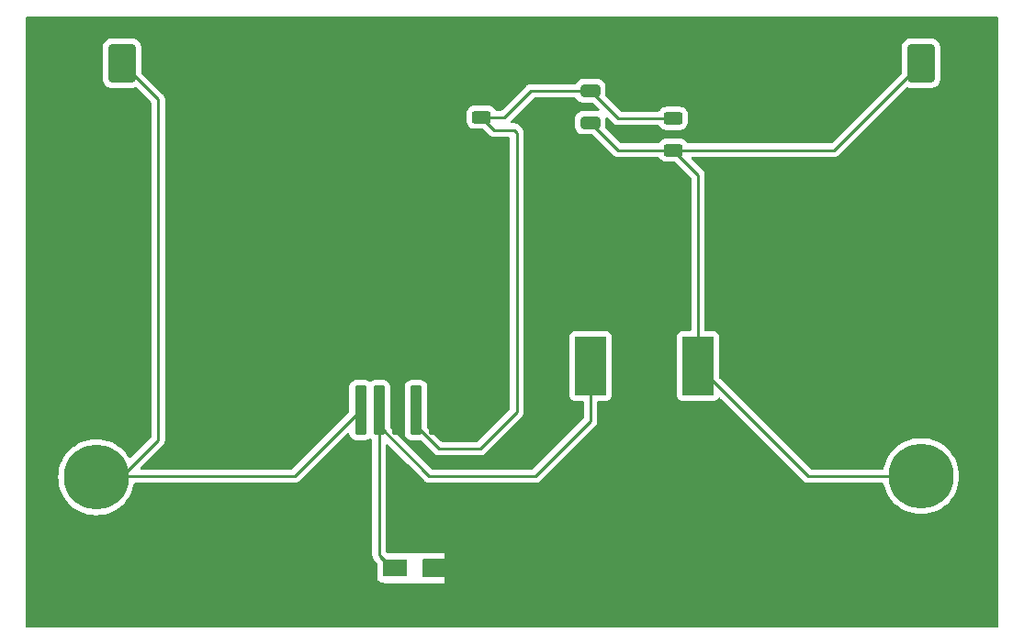
<source format=gbr>
%TF.GenerationSoftware,KiCad,Pcbnew,7.0.2*%
%TF.CreationDate,2023-09-08T16:08:14-07:00*%
%TF.ProjectId,Buck Converter,4275636b-2043-46f6-9e76-65727465722e,rev?*%
%TF.SameCoordinates,Original*%
%TF.FileFunction,Copper,L1,Top*%
%TF.FilePolarity,Positive*%
%FSLAX46Y46*%
G04 Gerber Fmt 4.6, Leading zero omitted, Abs format (unit mm)*
G04 Created by KiCad (PCBNEW 7.0.2) date 2023-09-08 16:08:14*
%MOMM*%
%LPD*%
G01*
G04 APERTURE LIST*
G04 Aperture macros list*
%AMRoundRect*
0 Rectangle with rounded corners*
0 $1 Rounding radius*
0 $2 $3 $4 $5 $6 $7 $8 $9 X,Y pos of 4 corners*
0 Add a 4 corners polygon primitive as box body*
4,1,4,$2,$3,$4,$5,$6,$7,$8,$9,$2,$3,0*
0 Add four circle primitives for the rounded corners*
1,1,$1+$1,$2,$3*
1,1,$1+$1,$4,$5*
1,1,$1+$1,$6,$7*
1,1,$1+$1,$8,$9*
0 Add four rect primitives between the rounded corners*
20,1,$1+$1,$2,$3,$4,$5,0*
20,1,$1+$1,$4,$5,$6,$7,0*
20,1,$1+$1,$6,$7,$8,$9,0*
20,1,$1+$1,$8,$9,$2,$3,0*%
G04 Aperture macros list end*
%TA.AperFunction,SMDPad,CuDef*%
%ADD10RoundRect,0.250000X-1.000000X1.500000X-1.000000X-1.500000X1.000000X-1.500000X1.000000X1.500000X0*%
%TD*%
%TA.AperFunction,SMDPad,CuDef*%
%ADD11RoundRect,0.250000X0.625000X-0.312500X0.625000X0.312500X-0.625000X0.312500X-0.625000X-0.312500X0*%
%TD*%
%TA.AperFunction,ComponentPad*%
%ADD12RoundRect,1.500000X-1.500000X1.500000X-1.500000X-1.500000X1.500000X-1.500000X1.500000X1.500000X0*%
%TD*%
%TA.AperFunction,ComponentPad*%
%ADD13C,6.000000*%
%TD*%
%TA.AperFunction,SMDPad,CuDef*%
%ADD14R,2.184400X1.625600*%
%TD*%
%TA.AperFunction,SMDPad,CuDef*%
%ADD15RoundRect,0.250000X0.300000X-2.050000X0.300000X2.050000X-0.300000X2.050000X-0.300000X-2.050000X0*%
%TD*%
%TA.AperFunction,SMDPad,CuDef*%
%ADD16RoundRect,0.250000X2.375000X-2.025000X2.375000X2.025000X-2.375000X2.025000X-2.375000X-2.025000X0*%
%TD*%
%TA.AperFunction,SMDPad,CuDef*%
%ADD17RoundRect,0.250002X5.149998X-4.449998X5.149998X4.449998X-5.149998X4.449998X-5.149998X-4.449998X0*%
%TD*%
%TA.AperFunction,SMDPad,CuDef*%
%ADD18RoundRect,0.250000X-0.650000X0.325000X-0.650000X-0.325000X0.650000X-0.325000X0.650000X0.325000X0*%
%TD*%
%TA.AperFunction,SMDPad,CuDef*%
%ADD19RoundRect,0.250000X-0.625000X0.312500X-0.625000X-0.312500X0.625000X-0.312500X0.625000X0.312500X0*%
%TD*%
%TA.AperFunction,SMDPad,CuDef*%
%ADD20R,2.895600X5.410200*%
%TD*%
%TA.AperFunction,Conductor*%
%ADD21C,0.250000*%
%TD*%
G04 APERTURE END LIST*
D10*
%TO.P,C_IN1,1*%
%TO.N,Net-(J1-Pin_2)*%
X116018000Y-85077500D03*
%TO.P,C_IN1,2*%
%TO.N,GND*%
X116018000Y-91577500D03*
%TD*%
D11*
%TO.P,R1,1*%
%TO.N,GND*%
X149148800Y-92993400D03*
%TO.P,R1,2*%
%TO.N,Net-(U1-FB)*%
X149148800Y-90068400D03*
%TD*%
D10*
%TO.P,C_OUT1,1*%
%TO.N,Net-(J2-Pin_2)*%
X189678000Y-85077500D03*
%TO.P,C_OUT1,2*%
%TO.N,GND*%
X189678000Y-91577500D03*
%TD*%
D12*
%TO.P,J2,1,Pin_1*%
%TO.N,GND*%
X189678000Y-115977500D03*
D13*
%TO.P,J2,2,Pin_2*%
%TO.N,Net-(J2-Pin_2)*%
X189678000Y-123177500D03*
%TD*%
D12*
%TO.P,J1,1,Pin_1*%
%TO.N,GND*%
X113639600Y-116078000D03*
D13*
%TO.P,J1,2,Pin_2*%
%TO.N,Net-(J1-Pin_2)*%
X113639600Y-123278000D03*
%TD*%
D14*
%TO.P,D1,1,K*%
%TO.N,Net-(D1-K)*%
X141138600Y-131661100D03*
%TO.P,D1,2,A*%
%TO.N,GND*%
X144847000Y-131661100D03*
%TD*%
D15*
%TO.P,U1,1,VIN*%
%TO.N,Net-(J1-Pin_2)*%
X138018000Y-117087500D03*
%TO.P,U1,2,OUT*%
%TO.N,Net-(D1-K)*%
X139718000Y-117087500D03*
%TO.P,U1,3,GND*%
%TO.N,GND*%
X141418000Y-117087500D03*
D16*
X138643000Y-110362500D03*
X144193000Y-110362500D03*
D17*
X141418000Y-107937500D03*
D16*
X138643000Y-105512500D03*
X144193000Y-105512500D03*
D15*
%TO.P,U1,4,FB*%
%TO.N,Net-(U1-FB)*%
X143118000Y-117087500D03*
%TO.P,U1,5,~{ON}/OFF*%
%TO.N,GND*%
X144818000Y-117087500D03*
%TD*%
D18*
%TO.P,C_FF1,1*%
%TO.N,Net-(U1-FB)*%
X159198000Y-87617500D03*
%TO.P,C_FF1,2*%
%TO.N,Net-(J2-Pin_2)*%
X159198000Y-90567500D03*
%TD*%
D19*
%TO.P,R2,1*%
%TO.N,Net-(U1-FB)*%
X166818000Y-90157500D03*
%TO.P,R2,2*%
%TO.N,Net-(J2-Pin_2)*%
X166818000Y-93082500D03*
%TD*%
D20*
%TO.P,L1,1,1*%
%TO.N,Net-(D1-K)*%
X159198000Y-113017500D03*
%TO.P,L1,2,2*%
%TO.N,Net-(J2-Pin_2)*%
X169104000Y-113017500D03*
%TD*%
D21*
%TO.N,Net-(U1-FB)*%
X143118000Y-118550673D02*
X143118000Y-117087500D01*
X145204827Y-120637500D02*
X143118000Y-118550673D01*
X149038000Y-120637500D02*
X145204827Y-120637500D01*
X152146000Y-91236800D02*
X152393000Y-91483800D01*
X152393000Y-117282500D02*
X149038000Y-120637500D01*
X150317200Y-91236800D02*
X152146000Y-91236800D01*
X149148800Y-90068400D02*
X150317200Y-91236800D01*
X152393000Y-91483800D02*
X152393000Y-117282500D01*
X151282100Y-90068400D02*
X149148800Y-90068400D01*
X153733000Y-87617500D02*
X151282100Y-90068400D01*
X159198000Y-87617500D02*
X153733000Y-87617500D01*
%TO.N,Net-(J1-Pin_2)*%
X115917500Y-123278000D02*
X113639600Y-123278000D01*
X119343000Y-88402500D02*
X119343000Y-119852500D01*
X119343000Y-119852500D02*
X115917500Y-123278000D01*
X116018000Y-85077500D02*
X119343000Y-88402500D01*
X113639600Y-123278000D02*
X113740100Y-123177500D01*
X131928000Y-123177500D02*
X138018000Y-117087500D01*
X113740100Y-123177500D02*
X131928000Y-123177500D01*
%TO.N,Net-(U1-FB)*%
X161738000Y-90157500D02*
X166818000Y-90157500D01*
X159198000Y-87617500D02*
X161738000Y-90157500D01*
%TO.N,Net-(D1-K)*%
X159198000Y-113017500D02*
X159198000Y-118097500D01*
X141138600Y-131661100D02*
X140859200Y-131661100D01*
X139718000Y-130442678D02*
X139718000Y-117087500D01*
X140859200Y-131661100D02*
X139796400Y-130598300D01*
X144344827Y-123177500D02*
X139718000Y-118550673D01*
X154118000Y-123177500D02*
X144344827Y-123177500D01*
X139718000Y-118550673D02*
X139718000Y-117087500D01*
X140936422Y-131661100D02*
X139718000Y-130442678D01*
X159198000Y-118097500D02*
X154118000Y-123177500D01*
X141138600Y-131661100D02*
X140936422Y-131661100D01*
%TO.N,Net-(J2-Pin_2)*%
X169104000Y-95368500D02*
X166818000Y-93082500D01*
X169104000Y-113017500D02*
X169104000Y-95368500D01*
X166818000Y-93082500D02*
X161713000Y-93082500D01*
X179264000Y-123177500D02*
X169104000Y-113017500D01*
X189678000Y-123177500D02*
X179264000Y-123177500D01*
X181673000Y-93082500D02*
X166818000Y-93082500D01*
X161713000Y-93082500D02*
X159198000Y-90567500D01*
X189678000Y-85077500D02*
X181673000Y-93082500D01*
%TD*%
%TA.AperFunction,Conductor*%
%TO.N,GND*%
G36*
X196732539Y-80792185D02*
G01*
X196778294Y-80844989D01*
X196789500Y-80896500D01*
X196789500Y-137010500D01*
X196769815Y-137077539D01*
X196717011Y-137123294D01*
X196665500Y-137134500D01*
X107261700Y-137134500D01*
X107194661Y-137114815D01*
X107148906Y-137062011D01*
X107137700Y-137010500D01*
X107137700Y-123278000D01*
X110134296Y-123278000D01*
X110134466Y-123281243D01*
X110152571Y-123626726D01*
X110153498Y-123644404D01*
X110154003Y-123647597D01*
X110154005Y-123647609D01*
X110210385Y-124003576D01*
X110210386Y-124003581D01*
X110210895Y-124006794D01*
X110211733Y-124009923D01*
X110211736Y-124009935D01*
X110305015Y-124358056D01*
X110305019Y-124358070D01*
X110305858Y-124361199D01*
X110307021Y-124364228D01*
X110307025Y-124364241D01*
X110436184Y-124700712D01*
X110437345Y-124703736D01*
X110603918Y-125030652D01*
X110803749Y-125338366D01*
X111034651Y-125623506D01*
X111294094Y-125882949D01*
X111579234Y-126113851D01*
X111886948Y-126313682D01*
X112213864Y-126480255D01*
X112492012Y-126587025D01*
X112543302Y-126606714D01*
X112556401Y-126611742D01*
X112910806Y-126706705D01*
X113273196Y-126764102D01*
X113639600Y-126783304D01*
X114006004Y-126764102D01*
X114368394Y-126706705D01*
X114722799Y-126611742D01*
X115065336Y-126480255D01*
X115392252Y-126313682D01*
X115699966Y-126113851D01*
X115985106Y-125882949D01*
X116244549Y-125623506D01*
X116475451Y-125338366D01*
X116675282Y-125030652D01*
X116841855Y-124703736D01*
X116973342Y-124361199D01*
X117068305Y-124006794D01*
X117077520Y-123948609D01*
X117084016Y-123907601D01*
X117113946Y-123844467D01*
X117173257Y-123807536D01*
X117206489Y-123803000D01*
X131845256Y-123803000D01*
X131865762Y-123805264D01*
X131868665Y-123805172D01*
X131868667Y-123805173D01*
X131935872Y-123803061D01*
X131939768Y-123803000D01*
X131963448Y-123803000D01*
X131967350Y-123803000D01*
X131971313Y-123802499D01*
X131982962Y-123801580D01*
X132026627Y-123800209D01*
X132045859Y-123794620D01*
X132064918Y-123790674D01*
X132072099Y-123789767D01*
X132084792Y-123788164D01*
X132125407Y-123772082D01*
X132136444Y-123768303D01*
X132178390Y-123756118D01*
X132195629Y-123745922D01*
X132213102Y-123737362D01*
X132231732Y-123729986D01*
X132267064Y-123704314D01*
X132276830Y-123697900D01*
X132314418Y-123675671D01*
X132314417Y-123675671D01*
X132314420Y-123675670D01*
X132328585Y-123661504D01*
X132343373Y-123648873D01*
X132359587Y-123637094D01*
X132387438Y-123603426D01*
X132395279Y-123594809D01*
X136767696Y-119222392D01*
X136829017Y-119188909D01*
X136898709Y-119193893D01*
X136954642Y-119235765D01*
X136971225Y-119278234D01*
X136973729Y-119277405D01*
X137033186Y-119456834D01*
X137125288Y-119606157D01*
X137249342Y-119730211D01*
X137305895Y-119765092D01*
X137398666Y-119822314D01*
X137510016Y-119859212D01*
X137565202Y-119877499D01*
X137664858Y-119887680D01*
X137664859Y-119887680D01*
X137667991Y-119888000D01*
X138368008Y-119887999D01*
X138470797Y-119877499D01*
X138637334Y-119822314D01*
X138746760Y-119754819D01*
X138798993Y-119722603D01*
X138800723Y-119725408D01*
X138841626Y-119703067D01*
X138911319Y-119708043D01*
X138936146Y-119723998D01*
X138937007Y-119722603D01*
X139033596Y-119782178D01*
X139080321Y-119834125D01*
X139092500Y-119887717D01*
X139092500Y-130359934D01*
X139090235Y-130380444D01*
X139092439Y-130450550D01*
X139092500Y-130454445D01*
X139092500Y-130482028D01*
X139092988Y-130485897D01*
X139092989Y-130485903D01*
X139093004Y-130486021D01*
X139093918Y-130497645D01*
X139095290Y-130541304D01*
X139100879Y-130560538D01*
X139104825Y-130579594D01*
X139107335Y-130599470D01*
X139123414Y-130640082D01*
X139127197Y-130651129D01*
X139139382Y-130693069D01*
X139149580Y-130710313D01*
X139158137Y-130727779D01*
X139165514Y-130746411D01*
X139190373Y-130780626D01*
X139209131Y-130818915D01*
X139217781Y-130848689D01*
X139298230Y-130984721D01*
X139509581Y-131196071D01*
X139543066Y-131257394D01*
X139545900Y-131283752D01*
X139545900Y-132518460D01*
X139545900Y-132518478D01*
X139545901Y-132521772D01*
X139552309Y-132581383D01*
X139602604Y-132716231D01*
X139688854Y-132831446D01*
X139804069Y-132917696D01*
X139938917Y-132967991D01*
X139998527Y-132974400D01*
X140125600Y-132974399D01*
X140192639Y-132994083D01*
X140238394Y-133046887D01*
X140241926Y-133063126D01*
X140249600Y-133070800D01*
X145736000Y-133070800D01*
X145736000Y-132524700D01*
X143828000Y-132524700D01*
X143760961Y-132505015D01*
X143715206Y-132452211D01*
X143704000Y-132400700D01*
X143704000Y-130921500D01*
X143723685Y-130854461D01*
X143776489Y-130808706D01*
X143828000Y-130797500D01*
X145736000Y-130797500D01*
X145736000Y-130251400D01*
X140467500Y-130251400D01*
X140400461Y-130231715D01*
X140354706Y-130178911D01*
X140343500Y-130127400D01*
X140343500Y-120360125D01*
X140363185Y-120293086D01*
X140415989Y-120247331D01*
X140485147Y-120237387D01*
X140548703Y-120266412D01*
X140555180Y-120272443D01*
X142373994Y-122091258D01*
X143844023Y-123561287D01*
X143856923Y-123577388D01*
X143908050Y-123625400D01*
X143910847Y-123628111D01*
X143930356Y-123647620D01*
X143933536Y-123650087D01*
X143942398Y-123657655D01*
X143974245Y-123687562D01*
X143991797Y-123697211D01*
X144008065Y-123707897D01*
X144023891Y-123720173D01*
X144063973Y-123737517D01*
X144074460Y-123742655D01*
X144112734Y-123763697D01*
X144121237Y-123765879D01*
X144132135Y-123768678D01*
X144150540Y-123774978D01*
X144168931Y-123782937D01*
X144212077Y-123789770D01*
X144223495Y-123792135D01*
X144265808Y-123803000D01*
X144285844Y-123803000D01*
X144305241Y-123804526D01*
X144325023Y-123807660D01*
X144365547Y-123803828D01*
X144368499Y-123803550D01*
X144380169Y-123803000D01*
X154035256Y-123803000D01*
X154055762Y-123805264D01*
X154058665Y-123805172D01*
X154058667Y-123805173D01*
X154125872Y-123803061D01*
X154129768Y-123803000D01*
X154153448Y-123803000D01*
X154157350Y-123803000D01*
X154161313Y-123802499D01*
X154172962Y-123801580D01*
X154216627Y-123800209D01*
X154235859Y-123794620D01*
X154254918Y-123790674D01*
X154262099Y-123789767D01*
X154274792Y-123788164D01*
X154315407Y-123772082D01*
X154326444Y-123768303D01*
X154368390Y-123756118D01*
X154385629Y-123745922D01*
X154403102Y-123737362D01*
X154421732Y-123729986D01*
X154457064Y-123704314D01*
X154466830Y-123697900D01*
X154504418Y-123675671D01*
X154504417Y-123675671D01*
X154504420Y-123675670D01*
X154518585Y-123661504D01*
X154533373Y-123648873D01*
X154549587Y-123637094D01*
X154577438Y-123603426D01*
X154585279Y-123594809D01*
X159581789Y-118598300D01*
X159597885Y-118585406D01*
X159599873Y-118583287D01*
X159599877Y-118583286D01*
X159645949Y-118534223D01*
X159648534Y-118531555D01*
X159668120Y-118511971D01*
X159670585Y-118508792D01*
X159678167Y-118499916D01*
X159708062Y-118468082D01*
X159717712Y-118450527D01*
X159728400Y-118434257D01*
X159740671Y-118418438D01*
X159740673Y-118418436D01*
X159758026Y-118378332D01*
X159763157Y-118367862D01*
X159784197Y-118329592D01*
X159789175Y-118310199D01*
X159795481Y-118291782D01*
X159797018Y-118288228D01*
X159803438Y-118273396D01*
X159810272Y-118230245D01*
X159812635Y-118218831D01*
X159823500Y-118176519D01*
X159823500Y-118156483D01*
X159825027Y-118137084D01*
X159828160Y-118117304D01*
X159824050Y-118073824D01*
X159823500Y-118062155D01*
X159823500Y-116347099D01*
X159843185Y-116280060D01*
X159895989Y-116234305D01*
X159947500Y-116223099D01*
X160690361Y-116223099D01*
X160693672Y-116223099D01*
X160753283Y-116216691D01*
X160888131Y-116166396D01*
X161003346Y-116080146D01*
X161089596Y-115964931D01*
X161139891Y-115830083D01*
X161146300Y-115770473D01*
X161146299Y-110264528D01*
X161139891Y-110204917D01*
X161089596Y-110070069D01*
X161003346Y-109954854D01*
X160888131Y-109868604D01*
X160753283Y-109818309D01*
X160693673Y-109811900D01*
X160690350Y-109811900D01*
X157705639Y-109811900D01*
X157705620Y-109811900D01*
X157702328Y-109811901D01*
X157699048Y-109812253D01*
X157699040Y-109812254D01*
X157642715Y-109818309D01*
X157507869Y-109868604D01*
X157392654Y-109954854D01*
X157306404Y-110070068D01*
X157256110Y-110204915D01*
X157256109Y-110204917D01*
X157249700Y-110264527D01*
X157249700Y-110267848D01*
X157249700Y-110267849D01*
X157249700Y-115767160D01*
X157249700Y-115767178D01*
X157249701Y-115770472D01*
X157256109Y-115830083D01*
X157306404Y-115964931D01*
X157392654Y-116080146D01*
X157507869Y-116166396D01*
X157642717Y-116216691D01*
X157702327Y-116223100D01*
X158448500Y-116223099D01*
X158515539Y-116242783D01*
X158561294Y-116295587D01*
X158572500Y-116347099D01*
X158572500Y-117787047D01*
X158552815Y-117854086D01*
X158536181Y-117874728D01*
X153895228Y-122515681D01*
X153833905Y-122549166D01*
X153807547Y-122552000D01*
X144655280Y-122552000D01*
X144588241Y-122532315D01*
X144567599Y-122515681D01*
X141236296Y-119184378D01*
X142067500Y-119184378D01*
X142067501Y-119187508D01*
X142067820Y-119190640D01*
X142067821Y-119190641D01*
X142078000Y-119290296D01*
X142133186Y-119456834D01*
X142225288Y-119606157D01*
X142349342Y-119730211D01*
X142405895Y-119765092D01*
X142498666Y-119822314D01*
X142610017Y-119859212D01*
X142665202Y-119877499D01*
X142764858Y-119887680D01*
X142764859Y-119887680D01*
X142767991Y-119888000D01*
X143468008Y-119887999D01*
X143502596Y-119884465D01*
X143571287Y-119897234D01*
X143602879Y-119920142D01*
X144704023Y-121021287D01*
X144716923Y-121037388D01*
X144768050Y-121085400D01*
X144770847Y-121088111D01*
X144790356Y-121107620D01*
X144793536Y-121110087D01*
X144802398Y-121117655D01*
X144834245Y-121147562D01*
X144851799Y-121157212D01*
X144868063Y-121167896D01*
X144879799Y-121176999D01*
X144883891Y-121180173D01*
X144908736Y-121190924D01*
X144923979Y-121197521D01*
X144934458Y-121202654D01*
X144972735Y-121223697D01*
X144992133Y-121228677D01*
X145010535Y-121234977D01*
X145028931Y-121242938D01*
X145072088Y-121249773D01*
X145083491Y-121252134D01*
X145125808Y-121263000D01*
X145145843Y-121263000D01*
X145165240Y-121264526D01*
X145185023Y-121267660D01*
X145228501Y-121263550D01*
X145240171Y-121263000D01*
X148955256Y-121263000D01*
X148975762Y-121265264D01*
X148978665Y-121265172D01*
X148978667Y-121265173D01*
X149045872Y-121263061D01*
X149049768Y-121263000D01*
X149073448Y-121263000D01*
X149077350Y-121263000D01*
X149081313Y-121262499D01*
X149092962Y-121261580D01*
X149136627Y-121260209D01*
X149155859Y-121254620D01*
X149174918Y-121250674D01*
X149182091Y-121249768D01*
X149194792Y-121248164D01*
X149235407Y-121232082D01*
X149246444Y-121228303D01*
X149288390Y-121216118D01*
X149305629Y-121205922D01*
X149323102Y-121197362D01*
X149341732Y-121189986D01*
X149377064Y-121164314D01*
X149386830Y-121157900D01*
X149424418Y-121135671D01*
X149424417Y-121135671D01*
X149424420Y-121135670D01*
X149438585Y-121121504D01*
X149453373Y-121108873D01*
X149469587Y-121097094D01*
X149497438Y-121063426D01*
X149505279Y-121054809D01*
X152776786Y-117783302D01*
X152792886Y-117770405D01*
X152794874Y-117768287D01*
X152794877Y-117768286D01*
X152840964Y-117719207D01*
X152843549Y-117716539D01*
X152863120Y-117696970D01*
X152865565Y-117693816D01*
X152873154Y-117684929D01*
X152903062Y-117653082D01*
X152912713Y-117635526D01*
X152923393Y-117619267D01*
X152935674Y-117603436D01*
X152953018Y-117563351D01*
X152958160Y-117552856D01*
X152979197Y-117514592D01*
X152984178Y-117495188D01*
X152990480Y-117476783D01*
X152998438Y-117458395D01*
X153005270Y-117415248D01*
X153007639Y-117403816D01*
X153018500Y-117361520D01*
X153018500Y-117341483D01*
X153020027Y-117322084D01*
X153023160Y-117302304D01*
X153019050Y-117258824D01*
X153018500Y-117247155D01*
X153018500Y-91566543D01*
X153020764Y-91546039D01*
X153018561Y-91475912D01*
X153018500Y-91472018D01*
X153018500Y-91448341D01*
X153018500Y-91444450D01*
X153017998Y-91440483D01*
X153017081Y-91428827D01*
X153015710Y-91385173D01*
X153010118Y-91365926D01*
X153006174Y-91346885D01*
X153003664Y-91327008D01*
X152987579Y-91286383D01*
X152983808Y-91275368D01*
X152971618Y-91233410D01*
X152961414Y-91216155D01*
X152952861Y-91198695D01*
X152945486Y-91180069D01*
X152945486Y-91180068D01*
X152919808Y-91144725D01*
X152913401Y-91134971D01*
X152891169Y-91097379D01*
X152877006Y-91083216D01*
X152864374Y-91068427D01*
X152852594Y-91052213D01*
X152818941Y-91024373D01*
X152810311Y-91016521D01*
X152646798Y-90853007D01*
X152633902Y-90836910D01*
X152582774Y-90788897D01*
X152579977Y-90786186D01*
X152563227Y-90769436D01*
X152560471Y-90766680D01*
X152557290Y-90764212D01*
X152548422Y-90756637D01*
X152516582Y-90726738D01*
X152499024Y-90717085D01*
X152482764Y-90706404D01*
X152466936Y-90694127D01*
X152426851Y-90676780D01*
X152416361Y-90671641D01*
X152378091Y-90650602D01*
X152358691Y-90645621D01*
X152340284Y-90639319D01*
X152321897Y-90631362D01*
X152278758Y-90624529D01*
X152267324Y-90622161D01*
X152225019Y-90611300D01*
X152204984Y-90611300D01*
X152185586Y-90609773D01*
X152175092Y-90608111D01*
X152165805Y-90606640D01*
X152165804Y-90606640D01*
X152150243Y-90608111D01*
X152122325Y-90610750D01*
X152110656Y-90611300D01*
X151923151Y-90611300D01*
X151856112Y-90591615D01*
X151810357Y-90538811D01*
X151800413Y-90469653D01*
X151829438Y-90406097D01*
X151835470Y-90399619D01*
X152311924Y-89923166D01*
X153955771Y-88279319D01*
X154017095Y-88245834D01*
X154043453Y-88243000D01*
X157782362Y-88243000D01*
X157849401Y-88262685D01*
X157887901Y-88301904D01*
X157955288Y-88411157D01*
X158079342Y-88535211D01*
X158079344Y-88535212D01*
X158228666Y-88627314D01*
X158332104Y-88661590D01*
X158395202Y-88682499D01*
X158494858Y-88692680D01*
X158494859Y-88692680D01*
X158497991Y-88693000D01*
X159337547Y-88692999D01*
X159404586Y-88712683D01*
X159425228Y-88729318D01*
X159976228Y-89280319D01*
X160009713Y-89341642D01*
X160004729Y-89411334D01*
X159962857Y-89467267D01*
X159897393Y-89491684D01*
X159888547Y-89492000D01*
X158501140Y-89492000D01*
X158501120Y-89492000D01*
X158497992Y-89492001D01*
X158494860Y-89492320D01*
X158494858Y-89492321D01*
X158395203Y-89502500D01*
X158228665Y-89557686D01*
X158079342Y-89649788D01*
X157955288Y-89773842D01*
X157863186Y-89923165D01*
X157808000Y-90089702D01*
X157797819Y-90189358D01*
X157797817Y-90189378D01*
X157797500Y-90192491D01*
X157797500Y-90195638D01*
X157797500Y-90195639D01*
X157797500Y-90939358D01*
X157797500Y-90939377D01*
X157797501Y-90942508D01*
X157797820Y-90945640D01*
X157797821Y-90945641D01*
X157808000Y-91045296D01*
X157863186Y-91211834D01*
X157955288Y-91361157D01*
X158079342Y-91485211D01*
X158079344Y-91485212D01*
X158228666Y-91577314D01*
X158340017Y-91614212D01*
X158395202Y-91632499D01*
X158494858Y-91642680D01*
X158494859Y-91642680D01*
X158497991Y-91643000D01*
X159337547Y-91642999D01*
X159404586Y-91662683D01*
X159425228Y-91679318D01*
X161212196Y-93466287D01*
X161225096Y-93482388D01*
X161276223Y-93530400D01*
X161279020Y-93533111D01*
X161298529Y-93552620D01*
X161301709Y-93555087D01*
X161310571Y-93562655D01*
X161342418Y-93592562D01*
X161359970Y-93602211D01*
X161376238Y-93612897D01*
X161392064Y-93625173D01*
X161432146Y-93642517D01*
X161442633Y-93647655D01*
X161480907Y-93668697D01*
X161489410Y-93670879D01*
X161500308Y-93673678D01*
X161518713Y-93679978D01*
X161537104Y-93687937D01*
X161580250Y-93694770D01*
X161591668Y-93697135D01*
X161633981Y-93708000D01*
X161654016Y-93708000D01*
X161673415Y-93709527D01*
X161693196Y-93712660D01*
X161736674Y-93708550D01*
X161748344Y-93708000D01*
X165435072Y-93708000D01*
X165502111Y-93727685D01*
X165540611Y-93766904D01*
X165600288Y-93863657D01*
X165724342Y-93987711D01*
X165724344Y-93987712D01*
X165873666Y-94079814D01*
X165985017Y-94116712D01*
X166040202Y-94134999D01*
X166139858Y-94145180D01*
X166139859Y-94145180D01*
X166142991Y-94145500D01*
X166945047Y-94145499D01*
X167012086Y-94165183D01*
X167032728Y-94181818D01*
X168442181Y-95591271D01*
X168475666Y-95652594D01*
X168478500Y-95678952D01*
X168478500Y-109687900D01*
X168458815Y-109754939D01*
X168406011Y-109800694D01*
X168354500Y-109811900D01*
X167611639Y-109811900D01*
X167611620Y-109811900D01*
X167608328Y-109811901D01*
X167605048Y-109812253D01*
X167605040Y-109812254D01*
X167548715Y-109818309D01*
X167413869Y-109868604D01*
X167298654Y-109954854D01*
X167212404Y-110070068D01*
X167162110Y-110204915D01*
X167162109Y-110204917D01*
X167155700Y-110264527D01*
X167155700Y-110267848D01*
X167155700Y-110267849D01*
X167155700Y-115767160D01*
X167155700Y-115767178D01*
X167155701Y-115770472D01*
X167162109Y-115830083D01*
X167212404Y-115964931D01*
X167298654Y-116080146D01*
X167413869Y-116166396D01*
X167548717Y-116216691D01*
X167608327Y-116223100D01*
X170599672Y-116223099D01*
X170659283Y-116216691D01*
X170794131Y-116166396D01*
X170909346Y-116080146D01*
X170983150Y-115981555D01*
X171039083Y-115939686D01*
X171108774Y-115934702D01*
X171170097Y-115968187D01*
X178763197Y-123561287D01*
X178776098Y-123577389D01*
X178778212Y-123579374D01*
X178778214Y-123579377D01*
X178825561Y-123623839D01*
X178827240Y-123625416D01*
X178830021Y-123628111D01*
X178849530Y-123647620D01*
X178852615Y-123650013D01*
X178852701Y-123650080D01*
X178861573Y-123657658D01*
X178893418Y-123687562D01*
X178910970Y-123697211D01*
X178927238Y-123707897D01*
X178943064Y-123720173D01*
X178983148Y-123737518D01*
X178993628Y-123742652D01*
X179031908Y-123763697D01*
X179036754Y-123764941D01*
X179051313Y-123768680D01*
X179069716Y-123774980D01*
X179088105Y-123782938D01*
X179131254Y-123789771D01*
X179142680Y-123792138D01*
X179158222Y-123796129D01*
X179184980Y-123803000D01*
X179184981Y-123803000D01*
X179205016Y-123803000D01*
X179224413Y-123804526D01*
X179244196Y-123807660D01*
X179287674Y-123803550D01*
X179299344Y-123803000D01*
X186127100Y-123803000D01*
X186194139Y-123822685D01*
X186239894Y-123875489D01*
X186248392Y-123901225D01*
X186248785Y-123903076D01*
X186249295Y-123906294D01*
X186250133Y-123909423D01*
X186250136Y-123909435D01*
X186343415Y-124257556D01*
X186343419Y-124257570D01*
X186344258Y-124260699D01*
X186345421Y-124263728D01*
X186345425Y-124263741D01*
X186474584Y-124600212D01*
X186475745Y-124603236D01*
X186477213Y-124606117D01*
X186528420Y-124706617D01*
X186642318Y-124930152D01*
X186842149Y-125237866D01*
X187073051Y-125523006D01*
X187332494Y-125782449D01*
X187617634Y-126013351D01*
X187925348Y-126213182D01*
X188252264Y-126379755D01*
X188594801Y-126511242D01*
X188949206Y-126606205D01*
X189311596Y-126663602D01*
X189678000Y-126682804D01*
X190044404Y-126663602D01*
X190406794Y-126606205D01*
X190761199Y-126511242D01*
X191103736Y-126379755D01*
X191430652Y-126213182D01*
X191738366Y-126013351D01*
X192023506Y-125782449D01*
X192282949Y-125523006D01*
X192513851Y-125237866D01*
X192713682Y-124930152D01*
X192880255Y-124603236D01*
X193011742Y-124260699D01*
X193106705Y-123906294D01*
X193164102Y-123543904D01*
X193183304Y-123177500D01*
X193164102Y-122811096D01*
X193106705Y-122448706D01*
X193011742Y-122094301D01*
X192880255Y-121751764D01*
X192713682Y-121424848D01*
X192513851Y-121117134D01*
X192282949Y-120831994D01*
X192023506Y-120572551D01*
X191738366Y-120341649D01*
X191430652Y-120141818D01*
X191427764Y-120140346D01*
X191427758Y-120140343D01*
X191123395Y-119985262D01*
X191103736Y-119975245D01*
X191100715Y-119974085D01*
X191100712Y-119974084D01*
X190764241Y-119844925D01*
X190764228Y-119844921D01*
X190761199Y-119843758D01*
X190758070Y-119842919D01*
X190758056Y-119842915D01*
X190409935Y-119749636D01*
X190409923Y-119749633D01*
X190406794Y-119748795D01*
X190403581Y-119748286D01*
X190403576Y-119748285D01*
X190047609Y-119691905D01*
X190047597Y-119691903D01*
X190044404Y-119691398D01*
X190041171Y-119691228D01*
X190041166Y-119691228D01*
X189681244Y-119672366D01*
X189678000Y-119672196D01*
X189674756Y-119672366D01*
X189314833Y-119691228D01*
X189314826Y-119691228D01*
X189311596Y-119691398D01*
X189308404Y-119691903D01*
X189308390Y-119691905D01*
X188952423Y-119748285D01*
X188952414Y-119748286D01*
X188949206Y-119748795D01*
X188946080Y-119749632D01*
X188946064Y-119749636D01*
X188597943Y-119842915D01*
X188597923Y-119842921D01*
X188594801Y-119843758D01*
X188591776Y-119844918D01*
X188591758Y-119844925D01*
X188255287Y-119974084D01*
X188255277Y-119974088D01*
X188252264Y-119975245D01*
X188249389Y-119976709D01*
X188249382Y-119976713D01*
X187928241Y-120140343D01*
X187928227Y-120140350D01*
X187925348Y-120141818D01*
X187922628Y-120143584D01*
X187922620Y-120143589D01*
X187620362Y-120339877D01*
X187620356Y-120339880D01*
X187617634Y-120341649D01*
X187615114Y-120343689D01*
X187615108Y-120343694D01*
X187335012Y-120570511D01*
X187335001Y-120570520D01*
X187332494Y-120572551D01*
X187330209Y-120574835D01*
X187330199Y-120574845D01*
X187075345Y-120829699D01*
X187075335Y-120829709D01*
X187073051Y-120831994D01*
X187071020Y-120834501D01*
X187071011Y-120834512D01*
X186844194Y-121114608D01*
X186844189Y-121114614D01*
X186842149Y-121117134D01*
X186840380Y-121119856D01*
X186840377Y-121119862D01*
X186644089Y-121422120D01*
X186644084Y-121422128D01*
X186642318Y-121424848D01*
X186640850Y-121427727D01*
X186640843Y-121427741D01*
X186477213Y-121748882D01*
X186475745Y-121751764D01*
X186474588Y-121754777D01*
X186474584Y-121754787D01*
X186345425Y-122091258D01*
X186345418Y-122091276D01*
X186344258Y-122094301D01*
X186343421Y-122097423D01*
X186343415Y-122097443D01*
X186250136Y-122445564D01*
X186250132Y-122445580D01*
X186249295Y-122448706D01*
X186248785Y-122451920D01*
X186248392Y-122453775D01*
X186215202Y-122515258D01*
X186154041Y-122549038D01*
X186127100Y-122552000D01*
X179574452Y-122552000D01*
X179507413Y-122532315D01*
X179486771Y-122515681D01*
X171088618Y-114117527D01*
X171055133Y-114056204D01*
X171052299Y-114029846D01*
X171052299Y-110267839D01*
X171052299Y-110264528D01*
X171045891Y-110204917D01*
X170995596Y-110070069D01*
X170909346Y-109954854D01*
X170794131Y-109868604D01*
X170659283Y-109818309D01*
X170599673Y-109811900D01*
X170596351Y-109811900D01*
X169853500Y-109811900D01*
X169786461Y-109792215D01*
X169740706Y-109739411D01*
X169729500Y-109687900D01*
X169729500Y-95451239D01*
X169731763Y-95430738D01*
X169729561Y-95360644D01*
X169729500Y-95356750D01*
X169729500Y-95333044D01*
X169729500Y-95329150D01*
X169728998Y-95325181D01*
X169728080Y-95313524D01*
X169726709Y-95269873D01*
X169721120Y-95250640D01*
X169717174Y-95231582D01*
X169714664Y-95211708D01*
X169698588Y-95171106D01*
X169694804Y-95160052D01*
X169682619Y-95118113D01*
X169682618Y-95118112D01*
X169682618Y-95118110D01*
X169672417Y-95100861D01*
X169663860Y-95083395D01*
X169656486Y-95064768D01*
X169630813Y-95029432D01*
X169624402Y-95019672D01*
X169602169Y-94982078D01*
X169588006Y-94967915D01*
X169575369Y-94953120D01*
X169563595Y-94936914D01*
X169563594Y-94936913D01*
X169529935Y-94909068D01*
X169521305Y-94901214D01*
X168539772Y-93919681D01*
X168506287Y-93858358D01*
X168511271Y-93788666D01*
X168553143Y-93732733D01*
X168618607Y-93708316D01*
X168627453Y-93708000D01*
X181590256Y-93708000D01*
X181610762Y-93710264D01*
X181613665Y-93710172D01*
X181613667Y-93710173D01*
X181680872Y-93708061D01*
X181684768Y-93708000D01*
X181708448Y-93708000D01*
X181712350Y-93708000D01*
X181716313Y-93707499D01*
X181727962Y-93706580D01*
X181771627Y-93705209D01*
X181790859Y-93699620D01*
X181809918Y-93695674D01*
X181817099Y-93694767D01*
X181829792Y-93693164D01*
X181870407Y-93677082D01*
X181881444Y-93673303D01*
X181923390Y-93661118D01*
X181940629Y-93650922D01*
X181958102Y-93642362D01*
X181976732Y-93634986D01*
X182012064Y-93609314D01*
X182021830Y-93602900D01*
X182059418Y-93580671D01*
X182059417Y-93580671D01*
X182059420Y-93580670D01*
X182073585Y-93566504D01*
X182088373Y-93553873D01*
X182104587Y-93542094D01*
X182132438Y-93508426D01*
X182140279Y-93499809D01*
X188318937Y-87321151D01*
X188380258Y-87287668D01*
X188445620Y-87291128D01*
X188525202Y-87317499D01*
X188624858Y-87327680D01*
X188624859Y-87327680D01*
X188627991Y-87328000D01*
X190728008Y-87327999D01*
X190830797Y-87317499D01*
X190997334Y-87262314D01*
X191146656Y-87170212D01*
X191270712Y-87046156D01*
X191362814Y-86896834D01*
X191417999Y-86730297D01*
X191428500Y-86627509D01*
X191428499Y-83527492D01*
X191417999Y-83424703D01*
X191362814Y-83258166D01*
X191270712Y-83108844D01*
X191270711Y-83108842D01*
X191146657Y-82984788D01*
X190997334Y-82892686D01*
X190830797Y-82837500D01*
X190731141Y-82827319D01*
X190731122Y-82827318D01*
X190728009Y-82827000D01*
X190724860Y-82827000D01*
X188631140Y-82827000D01*
X188631120Y-82827000D01*
X188627992Y-82827001D01*
X188624860Y-82827320D01*
X188624858Y-82827321D01*
X188525203Y-82837500D01*
X188358665Y-82892686D01*
X188209342Y-82984788D01*
X188085288Y-83108842D01*
X187993186Y-83258165D01*
X187938000Y-83424702D01*
X187927819Y-83524358D01*
X187927817Y-83524378D01*
X187927500Y-83527491D01*
X187927500Y-83530639D01*
X187927500Y-85892047D01*
X187907815Y-85959086D01*
X187891181Y-85979728D01*
X181450228Y-92420681D01*
X181388905Y-92454166D01*
X181362547Y-92457000D01*
X168200928Y-92457000D01*
X168133889Y-92437315D01*
X168095389Y-92398096D01*
X168035711Y-92301342D01*
X167911657Y-92177288D01*
X167762334Y-92085186D01*
X167595797Y-92030000D01*
X167496141Y-92019819D01*
X167496122Y-92019818D01*
X167493009Y-92019500D01*
X167489860Y-92019500D01*
X166146140Y-92019500D01*
X166146120Y-92019500D01*
X166142992Y-92019501D01*
X166139860Y-92019820D01*
X166139858Y-92019821D01*
X166040203Y-92030000D01*
X165873665Y-92085186D01*
X165724342Y-92177288D01*
X165600288Y-92301342D01*
X165540611Y-92398096D01*
X165488663Y-92444821D01*
X165435072Y-92457000D01*
X162023452Y-92457000D01*
X161956413Y-92437315D01*
X161935771Y-92420681D01*
X160627104Y-91112014D01*
X160593619Y-91050691D01*
X160591427Y-91011737D01*
X160598500Y-90942509D01*
X160598499Y-90201950D01*
X160618183Y-90134912D01*
X160670987Y-90089157D01*
X160740146Y-90079213D01*
X160803702Y-90108238D01*
X160810168Y-90114259D01*
X161095528Y-90399619D01*
X161237196Y-90541287D01*
X161250096Y-90557388D01*
X161301223Y-90605400D01*
X161304020Y-90608111D01*
X161323529Y-90627620D01*
X161326709Y-90630087D01*
X161335571Y-90637655D01*
X161367418Y-90667562D01*
X161384970Y-90677211D01*
X161401238Y-90687897D01*
X161417064Y-90700173D01*
X161457146Y-90717517D01*
X161467633Y-90722655D01*
X161505907Y-90743697D01*
X161514410Y-90745879D01*
X161525308Y-90748678D01*
X161543713Y-90754978D01*
X161562104Y-90762937D01*
X161605250Y-90769770D01*
X161616668Y-90772135D01*
X161658981Y-90783000D01*
X161679016Y-90783000D01*
X161698415Y-90784527D01*
X161718196Y-90787660D01*
X161761674Y-90783550D01*
X161773344Y-90783000D01*
X165435072Y-90783000D01*
X165502111Y-90802685D01*
X165540611Y-90841904D01*
X165600288Y-90938657D01*
X165724342Y-91062711D01*
X165724344Y-91062712D01*
X165873666Y-91154814D01*
X165985016Y-91191712D01*
X166040202Y-91209999D01*
X166139858Y-91220180D01*
X166139859Y-91220180D01*
X166142991Y-91220500D01*
X167493008Y-91220499D01*
X167595797Y-91209999D01*
X167762334Y-91154814D01*
X167911656Y-91062712D01*
X168035712Y-90938656D01*
X168127814Y-90789334D01*
X168182999Y-90622797D01*
X168193500Y-90520009D01*
X168193499Y-89794992D01*
X168182999Y-89692203D01*
X168127814Y-89525666D01*
X168035712Y-89376344D01*
X168035711Y-89376342D01*
X167911657Y-89252288D01*
X167762334Y-89160186D01*
X167595797Y-89105000D01*
X167496141Y-89094819D01*
X167496122Y-89094818D01*
X167493009Y-89094500D01*
X167489860Y-89094500D01*
X166146140Y-89094500D01*
X166146120Y-89094500D01*
X166142992Y-89094501D01*
X166139860Y-89094820D01*
X166139858Y-89094821D01*
X166040203Y-89105000D01*
X165873665Y-89160186D01*
X165724342Y-89252288D01*
X165600288Y-89376342D01*
X165540611Y-89473096D01*
X165488663Y-89519821D01*
X165435072Y-89532000D01*
X162048453Y-89532000D01*
X161981414Y-89512315D01*
X161960772Y-89495681D01*
X160627104Y-88162013D01*
X160593619Y-88100690D01*
X160591427Y-88061736D01*
X160598500Y-87992509D01*
X160598499Y-87242492D01*
X160587999Y-87139703D01*
X160532814Y-86973166D01*
X160440712Y-86823844D01*
X160440711Y-86823842D01*
X160316657Y-86699788D01*
X160167334Y-86607686D01*
X160000797Y-86552500D01*
X159901141Y-86542319D01*
X159901122Y-86542318D01*
X159898009Y-86542000D01*
X159894860Y-86542000D01*
X158501140Y-86542000D01*
X158501120Y-86542000D01*
X158497992Y-86542001D01*
X158494860Y-86542320D01*
X158494858Y-86542321D01*
X158395203Y-86552500D01*
X158228665Y-86607686D01*
X158079342Y-86699788D01*
X157955288Y-86823842D01*
X157887901Y-86933096D01*
X157835953Y-86979821D01*
X157782362Y-86992000D01*
X153815744Y-86992000D01*
X153795237Y-86989735D01*
X153725127Y-86991939D01*
X153721232Y-86992000D01*
X153693650Y-86992000D01*
X153689805Y-86992485D01*
X153689780Y-86992487D01*
X153689653Y-86992504D01*
X153678033Y-86993418D01*
X153634369Y-86994790D01*
X153615129Y-87000380D01*
X153596081Y-87004325D01*
X153576209Y-87006835D01*
X153535599Y-87022913D01*
X153524554Y-87026694D01*
X153482610Y-87038881D01*
X153465365Y-87049079D01*
X153447904Y-87057633D01*
X153429267Y-87065012D01*
X153393931Y-87090685D01*
X153384174Y-87097095D01*
X153346580Y-87119329D01*
X153332413Y-87133496D01*
X153317624Y-87146126D01*
X153301413Y-87157904D01*
X153273572Y-87191558D01*
X153265711Y-87200197D01*
X151059328Y-89406581D01*
X150998005Y-89440066D01*
X150971647Y-89442900D01*
X150531728Y-89442900D01*
X150464689Y-89423215D01*
X150426189Y-89383996D01*
X150366511Y-89287242D01*
X150242457Y-89163188D01*
X150093134Y-89071086D01*
X149926597Y-89015900D01*
X149826941Y-89005719D01*
X149826922Y-89005718D01*
X149823809Y-89005400D01*
X149820660Y-89005400D01*
X148476940Y-89005400D01*
X148476920Y-89005400D01*
X148473792Y-89005401D01*
X148470660Y-89005720D01*
X148470658Y-89005721D01*
X148371003Y-89015900D01*
X148204465Y-89071086D01*
X148055142Y-89163188D01*
X147931088Y-89287242D01*
X147838986Y-89436565D01*
X147783800Y-89603102D01*
X147773619Y-89702758D01*
X147773617Y-89702778D01*
X147773300Y-89705891D01*
X147773300Y-89709038D01*
X147773300Y-89709039D01*
X147773300Y-90427758D01*
X147773300Y-90427777D01*
X147773301Y-90430908D01*
X147773620Y-90434040D01*
X147773621Y-90434041D01*
X147783800Y-90533696D01*
X147838986Y-90700234D01*
X147931088Y-90849557D01*
X148055142Y-90973611D01*
X148055144Y-90973612D01*
X148204466Y-91065714D01*
X148315817Y-91102612D01*
X148371002Y-91120899D01*
X148470658Y-91131080D01*
X148470659Y-91131080D01*
X148473791Y-91131400D01*
X149275846Y-91131399D01*
X149342885Y-91151083D01*
X149363527Y-91167718D01*
X149816396Y-91620587D01*
X149829296Y-91636688D01*
X149831413Y-91638676D01*
X149831414Y-91638677D01*
X149856978Y-91662683D01*
X149880423Y-91684700D01*
X149883220Y-91687411D01*
X149902729Y-91706920D01*
X149905909Y-91709387D01*
X149914771Y-91716955D01*
X149946618Y-91746862D01*
X149964170Y-91756511D01*
X149980438Y-91767197D01*
X149996264Y-91779473D01*
X150036346Y-91796817D01*
X150046833Y-91801955D01*
X150085107Y-91822997D01*
X150093610Y-91825179D01*
X150104508Y-91827978D01*
X150122913Y-91834278D01*
X150141304Y-91842237D01*
X150184450Y-91849070D01*
X150195868Y-91851435D01*
X150238181Y-91862300D01*
X150258216Y-91862300D01*
X150277615Y-91863827D01*
X150297396Y-91866960D01*
X150340874Y-91862850D01*
X150352544Y-91862300D01*
X151643500Y-91862300D01*
X151710539Y-91881985D01*
X151756294Y-91934789D01*
X151767500Y-91986300D01*
X151767500Y-116972046D01*
X151747815Y-117039085D01*
X151731181Y-117059727D01*
X148815228Y-119975681D01*
X148753905Y-120009166D01*
X148727547Y-120012000D01*
X145515279Y-120012000D01*
X145448240Y-119992315D01*
X145427598Y-119975681D01*
X144204818Y-118752900D01*
X144171333Y-118691577D01*
X144168499Y-118665219D01*
X144168499Y-114990640D01*
X144168499Y-114990639D01*
X144168499Y-114987492D01*
X144157999Y-114884703D01*
X144102814Y-114718166D01*
X144010712Y-114568844D01*
X144010711Y-114568842D01*
X143886657Y-114444788D01*
X143737334Y-114352686D01*
X143570797Y-114297500D01*
X143471141Y-114287319D01*
X143471122Y-114287318D01*
X143468009Y-114287000D01*
X143464860Y-114287000D01*
X142771141Y-114287000D01*
X142771121Y-114287000D01*
X142767992Y-114287001D01*
X142764860Y-114287320D01*
X142764858Y-114287321D01*
X142665203Y-114297500D01*
X142498665Y-114352686D01*
X142349342Y-114444788D01*
X142225288Y-114568842D01*
X142133186Y-114718165D01*
X142078000Y-114884702D01*
X142067819Y-114984358D01*
X142067817Y-114984378D01*
X142067500Y-114987491D01*
X142067500Y-114990638D01*
X142067500Y-114990639D01*
X142067500Y-119184359D01*
X142067500Y-119184378D01*
X141236296Y-119184378D01*
X140804818Y-118752900D01*
X140771333Y-118691577D01*
X140768499Y-118665219D01*
X140768499Y-114990640D01*
X140768499Y-114990639D01*
X140768499Y-114987492D01*
X140757999Y-114884703D01*
X140702814Y-114718166D01*
X140610712Y-114568844D01*
X140610711Y-114568842D01*
X140486657Y-114444788D01*
X140337334Y-114352686D01*
X140170797Y-114297500D01*
X140071141Y-114287319D01*
X140071122Y-114287318D01*
X140068009Y-114287000D01*
X140064860Y-114287000D01*
X139371141Y-114287000D01*
X139371121Y-114287000D01*
X139367992Y-114287001D01*
X139364860Y-114287320D01*
X139364858Y-114287321D01*
X139265203Y-114297500D01*
X139098665Y-114352686D01*
X138937008Y-114452397D01*
X138935278Y-114449592D01*
X138894343Y-114471939D01*
X138824652Y-114466945D01*
X138799850Y-114451005D01*
X138798992Y-114452397D01*
X138637334Y-114352686D01*
X138470797Y-114297500D01*
X138371141Y-114287319D01*
X138371122Y-114287318D01*
X138368009Y-114287000D01*
X138364860Y-114287000D01*
X137671141Y-114287000D01*
X137671121Y-114287000D01*
X137667992Y-114287001D01*
X137664860Y-114287320D01*
X137664858Y-114287321D01*
X137565203Y-114297500D01*
X137398665Y-114352686D01*
X137249342Y-114444788D01*
X137125288Y-114568842D01*
X137033186Y-114718165D01*
X136978000Y-114884702D01*
X136967819Y-114984358D01*
X136967817Y-114984378D01*
X136967500Y-114987491D01*
X136967500Y-114990638D01*
X136967500Y-114990639D01*
X136967500Y-117202047D01*
X136947815Y-117269086D01*
X136931181Y-117289728D01*
X131705228Y-122515681D01*
X131643905Y-122549166D01*
X131617547Y-122552000D01*
X117827452Y-122552000D01*
X117760413Y-122532315D01*
X117714658Y-122479511D01*
X117704714Y-122410353D01*
X117733739Y-122346797D01*
X117739771Y-122340319D01*
X118230708Y-121849382D01*
X119726786Y-120353302D01*
X119742886Y-120340405D01*
X119744874Y-120338287D01*
X119744877Y-120338286D01*
X119790964Y-120289207D01*
X119793549Y-120286539D01*
X119813120Y-120266970D01*
X119815565Y-120263816D01*
X119823154Y-120254929D01*
X119853062Y-120223082D01*
X119862713Y-120205526D01*
X119873393Y-120189267D01*
X119885674Y-120173436D01*
X119903018Y-120133351D01*
X119908160Y-120122856D01*
X119929197Y-120084592D01*
X119934178Y-120065188D01*
X119940480Y-120046783D01*
X119948438Y-120028395D01*
X119955270Y-119985248D01*
X119957639Y-119973816D01*
X119968499Y-119931521D01*
X119968500Y-119931519D01*
X119968500Y-119911473D01*
X119970024Y-119892102D01*
X119973160Y-119872304D01*
X119969050Y-119828824D01*
X119968500Y-119817155D01*
X119968500Y-88485240D01*
X119970763Y-88464739D01*
X119968561Y-88394644D01*
X119968500Y-88390750D01*
X119968500Y-88367044D01*
X119968500Y-88363150D01*
X119967998Y-88359181D01*
X119967080Y-88347524D01*
X119965709Y-88303873D01*
X119960120Y-88284640D01*
X119956174Y-88265582D01*
X119953664Y-88245706D01*
X119937588Y-88205104D01*
X119933804Y-88194053D01*
X119924495Y-88162013D01*
X119921618Y-88152110D01*
X119911414Y-88134855D01*
X119902861Y-88117395D01*
X119895486Y-88098769D01*
X119895486Y-88098768D01*
X119869808Y-88063425D01*
X119863401Y-88053671D01*
X119841169Y-88016079D01*
X119827006Y-88001916D01*
X119814367Y-87987117D01*
X119802595Y-87970913D01*
X119768941Y-87943073D01*
X119760299Y-87935209D01*
X117804818Y-85979728D01*
X117771333Y-85918405D01*
X117768499Y-85892047D01*
X117768499Y-83530640D01*
X117768498Y-83530639D01*
X117768499Y-83527492D01*
X117757999Y-83424703D01*
X117702814Y-83258166D01*
X117610712Y-83108844D01*
X117610711Y-83108842D01*
X117486657Y-82984788D01*
X117337334Y-82892686D01*
X117170797Y-82837500D01*
X117071141Y-82827319D01*
X117071122Y-82827318D01*
X117068009Y-82827000D01*
X117064860Y-82827000D01*
X114971140Y-82827000D01*
X114971120Y-82827000D01*
X114967992Y-82827001D01*
X114964860Y-82827320D01*
X114964858Y-82827321D01*
X114865203Y-82837500D01*
X114698665Y-82892686D01*
X114549342Y-82984788D01*
X114425288Y-83108842D01*
X114333186Y-83258165D01*
X114278000Y-83424702D01*
X114267819Y-83524358D01*
X114267817Y-83524378D01*
X114267500Y-83527491D01*
X114267500Y-83530638D01*
X114267500Y-83530639D01*
X114267500Y-86624359D01*
X114267500Y-86624378D01*
X114267501Y-86627508D01*
X114267820Y-86630640D01*
X114267821Y-86630641D01*
X114278000Y-86730296D01*
X114333186Y-86896834D01*
X114425288Y-87046157D01*
X114549342Y-87170211D01*
X114591254Y-87196062D01*
X114698666Y-87262314D01*
X114785621Y-87291128D01*
X114865202Y-87317499D01*
X114964858Y-87327680D01*
X114964859Y-87327680D01*
X114967991Y-87328000D01*
X117068008Y-87327999D01*
X117170797Y-87317499D01*
X117250378Y-87291127D01*
X117320205Y-87288726D01*
X117377062Y-87321153D01*
X118681180Y-88625271D01*
X118714665Y-88686594D01*
X118717499Y-88712952D01*
X118717500Y-119542046D01*
X118697815Y-119609085D01*
X118681181Y-119629727D01*
X116826978Y-121483930D01*
X116765655Y-121517415D01*
X116695963Y-121512431D01*
X116640030Y-121470559D01*
X116635302Y-121463784D01*
X116475451Y-121217634D01*
X116244549Y-120932494D01*
X115985106Y-120673051D01*
X115699966Y-120442149D01*
X115392252Y-120242318D01*
X115389364Y-120240846D01*
X115389358Y-120240843D01*
X115068217Y-120077213D01*
X115065336Y-120075745D01*
X115062315Y-120074585D01*
X115062312Y-120074584D01*
X114725841Y-119945425D01*
X114725828Y-119945421D01*
X114722799Y-119944258D01*
X114719670Y-119943419D01*
X114719656Y-119943415D01*
X114371535Y-119850136D01*
X114371523Y-119850133D01*
X114368394Y-119849295D01*
X114365181Y-119848786D01*
X114365176Y-119848785D01*
X114009209Y-119792405D01*
X114009197Y-119792403D01*
X114006004Y-119791898D01*
X114002771Y-119791728D01*
X114002766Y-119791728D01*
X113642844Y-119772866D01*
X113639600Y-119772696D01*
X113636356Y-119772866D01*
X113276433Y-119791728D01*
X113276426Y-119791728D01*
X113273196Y-119791898D01*
X113270004Y-119792403D01*
X113269990Y-119792405D01*
X112914023Y-119848785D01*
X112914014Y-119848786D01*
X112910806Y-119849295D01*
X112907680Y-119850132D01*
X112907664Y-119850136D01*
X112559543Y-119943415D01*
X112559523Y-119943421D01*
X112556401Y-119944258D01*
X112553376Y-119945418D01*
X112553358Y-119945425D01*
X112216887Y-120074584D01*
X112216877Y-120074588D01*
X112213864Y-120075745D01*
X112210989Y-120077209D01*
X112210982Y-120077213D01*
X111889841Y-120240843D01*
X111889827Y-120240850D01*
X111886948Y-120242318D01*
X111884228Y-120244084D01*
X111884220Y-120244089D01*
X111581962Y-120440377D01*
X111581956Y-120440380D01*
X111579234Y-120442149D01*
X111576714Y-120444189D01*
X111576708Y-120444194D01*
X111296612Y-120671011D01*
X111296601Y-120671020D01*
X111294094Y-120673051D01*
X111291809Y-120675335D01*
X111291799Y-120675345D01*
X111036945Y-120930199D01*
X111036935Y-120930209D01*
X111034651Y-120932494D01*
X111032620Y-120935001D01*
X111032611Y-120935012D01*
X110805794Y-121215108D01*
X110805789Y-121215114D01*
X110803749Y-121217634D01*
X110801980Y-121220356D01*
X110801977Y-121220362D01*
X110605689Y-121522620D01*
X110605684Y-121522628D01*
X110603918Y-121525348D01*
X110602450Y-121528227D01*
X110602443Y-121528241D01*
X110487012Y-121754787D01*
X110437345Y-121852264D01*
X110436188Y-121855277D01*
X110436184Y-121855287D01*
X110307025Y-122191758D01*
X110307018Y-122191776D01*
X110305858Y-122194801D01*
X110305021Y-122197923D01*
X110305015Y-122197943D01*
X110211736Y-122546064D01*
X110211732Y-122546080D01*
X110210895Y-122549206D01*
X110210386Y-122552414D01*
X110210385Y-122552423D01*
X110154005Y-122908390D01*
X110154003Y-122908404D01*
X110153498Y-122911596D01*
X110134296Y-123278000D01*
X107137700Y-123278000D01*
X107137700Y-80896500D01*
X107157385Y-80829461D01*
X107210189Y-80783706D01*
X107261700Y-80772500D01*
X196665500Y-80772500D01*
X196732539Y-80792185D01*
G37*
%TD.AperFunction*%
%TD*%
M02*

</source>
